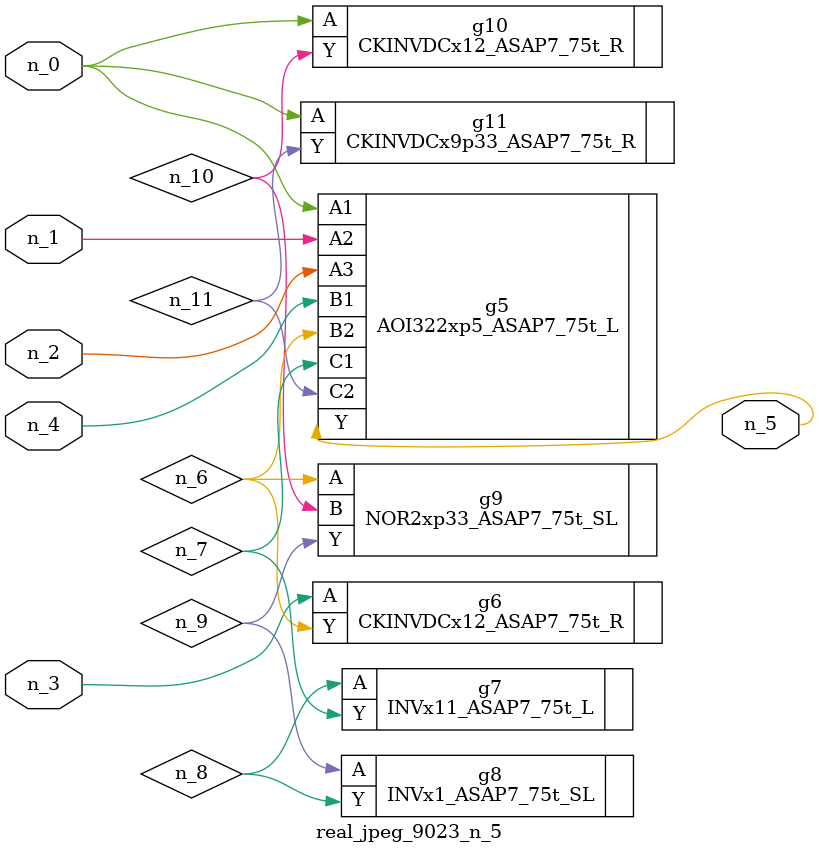
<source format=v>
module real_jpeg_9023_n_5 (n_4, n_0, n_1, n_2, n_3, n_5);

input n_4;
input n_0;
input n_1;
input n_2;
input n_3;

output n_5;

wire n_8;
wire n_11;
wire n_6;
wire n_7;
wire n_10;
wire n_9;

AOI322xp5_ASAP7_75t_L g5 ( 
.A1(n_0),
.A2(n_1),
.A3(n_2),
.B1(n_4),
.B2(n_6),
.C1(n_7),
.C2(n_11),
.Y(n_5)
);

CKINVDCx12_ASAP7_75t_R g10 ( 
.A(n_0),
.Y(n_10)
);

CKINVDCx9p33_ASAP7_75t_R g11 ( 
.A(n_0),
.Y(n_11)
);

CKINVDCx12_ASAP7_75t_R g6 ( 
.A(n_3),
.Y(n_6)
);

NOR2xp33_ASAP7_75t_SL g9 ( 
.A(n_6),
.B(n_10),
.Y(n_9)
);

INVx11_ASAP7_75t_L g7 ( 
.A(n_8),
.Y(n_7)
);

INVx1_ASAP7_75t_SL g8 ( 
.A(n_9),
.Y(n_8)
);


endmodule
</source>
